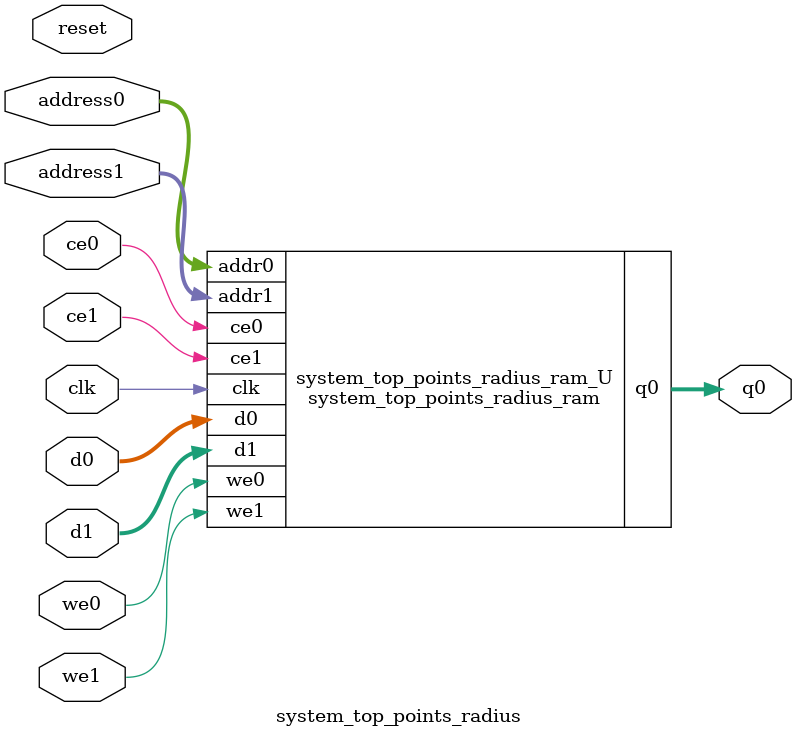
<source format=v>
`timescale 1 ns / 1 ps
module system_top_points_radius_ram (addr0, ce0, d0, we0, q0, addr1, ce1, d1, we1,  clk);

parameter DWIDTH = 32;
parameter AWIDTH = 10;
parameter MEM_SIZE = 1000;

input[AWIDTH-1:0] addr0;
input ce0;
input[DWIDTH-1:0] d0;
input we0;
output reg[DWIDTH-1:0] q0;
input[AWIDTH-1:0] addr1;
input ce1;
input[DWIDTH-1:0] d1;
input we1;
input clk;

reg [DWIDTH-1:0] ram[0:MEM_SIZE-1];




always @(posedge clk)  
begin 
    if (ce0) begin
        if (we0) 
            ram[addr0] <= d0; 
        q0 <= ram[addr0];
    end
end


always @(posedge clk)  
begin 
    if (ce1) begin
        if (we1) 
            ram[addr1] <= d1; 
    end
end


endmodule

`timescale 1 ns / 1 ps
module system_top_points_radius(
    reset,
    clk,
    address0,
    ce0,
    we0,
    d0,
    q0,
    address1,
    ce1,
    we1,
    d1);

parameter DataWidth = 32'd32;
parameter AddressRange = 32'd1000;
parameter AddressWidth = 32'd10;
input reset;
input clk;
input[AddressWidth - 1:0] address0;
input ce0;
input we0;
input[DataWidth - 1:0] d0;
output[DataWidth - 1:0] q0;
input[AddressWidth - 1:0] address1;
input ce1;
input we1;
input[DataWidth - 1:0] d1;



system_top_points_radius_ram system_top_points_radius_ram_U(
    .clk( clk ),
    .addr0( address0 ),
    .ce0( ce0 ),
    .we0( we0 ),
    .d0( d0 ),
    .q0( q0 ),
    .addr1( address1 ),
    .ce1( ce1 ),
    .we1( we1 ),
    .d1( d1 ));

endmodule


</source>
